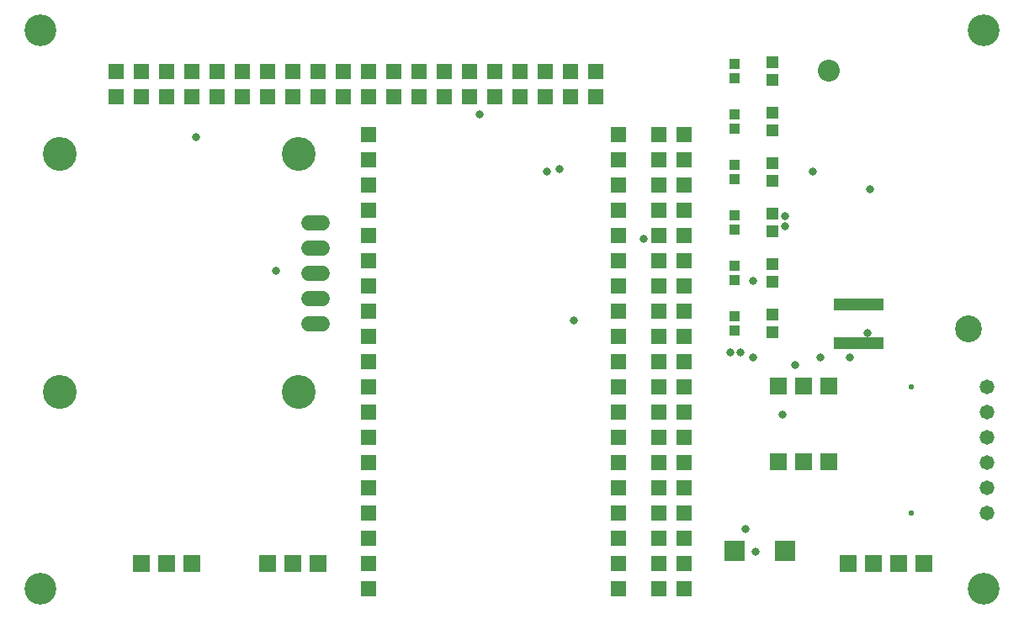
<source format=gbr>
G04 EAGLE Gerber RS-274X export*
G75*
%MOMM*%
%FSLAX34Y34*%
%LPD*%
%INSoldermask Top*%
%IPPOS*%
%AMOC8*
5,1,8,0,0,1.08239X$1,22.5*%
G01*
%ADD10C,3.203200*%
%ADD11R,1.703200X1.703200*%
%ADD12R,1.711200X1.711200*%
%ADD13R,1.003200X1.003200*%
%ADD14C,3.403200*%
%ADD15C,1.511200*%
%ADD16C,2.703200*%
%ADD17R,0.503200X1.303200*%
%ADD18C,2.203200*%
%ADD19R,1.511200X1.511200*%
%ADD20R,1.303200X1.203200*%
%ADD21R,1.625600X1.625600*%
%ADD22R,2.003200X2.003200*%
%ADD23R,1.561200X1.561200*%
%ADD24C,1.473200*%
%ADD25C,0.553200*%
%ADD26C,0.809600*%


D10*
X25400Y25400D03*
X25400Y587300D03*
X974600Y587300D03*
X974600Y25400D03*
D11*
X819000Y229400D03*
X793600Y229400D03*
X768300Y229400D03*
X819000Y153200D03*
X793600Y153200D03*
X768300Y153200D03*
D12*
X254000Y50800D03*
X304800Y50800D03*
X279400Y50800D03*
X127000Y50800D03*
X177800Y50800D03*
X152400Y50800D03*
D13*
X723900Y553600D03*
X723900Y538600D03*
X723900Y502800D03*
X723900Y487800D03*
D14*
X45100Y462900D03*
X285100Y462900D03*
X285100Y222900D03*
X45100Y222900D03*
D15*
X295720Y393700D02*
X308800Y393700D01*
X308800Y368300D02*
X295720Y368300D01*
X295720Y342900D02*
X308800Y342900D01*
X308800Y317500D02*
X295720Y317500D01*
X295720Y292100D02*
X308800Y292100D01*
D16*
X959000Y286400D03*
D17*
X826500Y271900D03*
X831500Y271900D03*
X836500Y271900D03*
X841500Y271900D03*
X846500Y271900D03*
X851500Y271900D03*
X856500Y271900D03*
X861500Y271900D03*
X866500Y271900D03*
X871500Y271900D03*
X871500Y310900D03*
X866500Y310900D03*
X861500Y310900D03*
X856500Y310900D03*
X851500Y310900D03*
X846500Y310900D03*
X841500Y310900D03*
X836500Y310900D03*
X831500Y310900D03*
X826500Y310900D03*
D18*
X819000Y546400D03*
D13*
X723900Y452000D03*
X723900Y437000D03*
D19*
X647700Y482600D03*
X647700Y457200D03*
X647700Y431800D03*
X647700Y406400D03*
X647700Y381000D03*
X647700Y355600D03*
X647700Y330200D03*
X647700Y304800D03*
X647700Y279400D03*
X647700Y254000D03*
X647700Y228600D03*
X647700Y203200D03*
X647700Y177800D03*
X647700Y152400D03*
X647700Y127000D03*
X647700Y101600D03*
X647700Y76200D03*
X647700Y50800D03*
X647700Y25400D03*
X673100Y482600D03*
X673100Y457200D03*
X673100Y431800D03*
X673100Y406400D03*
X673100Y381000D03*
X673100Y355600D03*
X673100Y330200D03*
X673100Y304800D03*
X673100Y279400D03*
X673100Y254000D03*
X673100Y228600D03*
X673100Y203200D03*
X673100Y177800D03*
X673100Y152400D03*
X673100Y127000D03*
X673100Y101600D03*
X673100Y76200D03*
X673100Y50800D03*
X673100Y25400D03*
D20*
X762000Y537600D03*
X762000Y554600D03*
X762000Y486800D03*
X762000Y503800D03*
X762000Y436000D03*
X762000Y453000D03*
X762000Y385200D03*
X762000Y402200D03*
X762000Y334400D03*
X762000Y351400D03*
X762000Y283600D03*
X762000Y300600D03*
D21*
X101600Y546100D03*
X127000Y546100D03*
X152400Y546100D03*
X177800Y546100D03*
X203200Y546100D03*
X228600Y546100D03*
X254000Y546100D03*
X279400Y546100D03*
X304800Y546100D03*
X330200Y546100D03*
X355600Y546100D03*
X381000Y546100D03*
X406400Y546100D03*
X431800Y546100D03*
X457200Y546100D03*
X482600Y546100D03*
X508000Y546100D03*
X533400Y546100D03*
X558800Y546100D03*
X584200Y546100D03*
X584200Y520700D03*
X558800Y520700D03*
X533400Y520700D03*
X508000Y520700D03*
X482600Y520700D03*
X457200Y520700D03*
X431800Y520700D03*
X406400Y520700D03*
X381000Y520700D03*
X355600Y520700D03*
X330200Y520700D03*
X304800Y520700D03*
X279400Y520700D03*
X254000Y520700D03*
X228600Y520700D03*
X203200Y520700D03*
X177800Y520700D03*
X152400Y520700D03*
X127000Y520700D03*
X101600Y520700D03*
D13*
X723900Y401200D03*
X723900Y386200D03*
X723900Y350400D03*
X723900Y335400D03*
X723900Y299600D03*
X723900Y284600D03*
D22*
X774700Y63500D03*
X723900Y63500D03*
D12*
X838200Y50800D03*
X914400Y50800D03*
X863600Y50800D03*
X889000Y50800D03*
D23*
X355600Y25400D03*
X355600Y50800D03*
X355600Y76200D03*
X355600Y101600D03*
X355600Y127000D03*
X355600Y152400D03*
X355600Y177800D03*
X355600Y203200D03*
X355600Y228600D03*
X355600Y254000D03*
X355600Y279400D03*
X355600Y304800D03*
X355600Y330200D03*
X355600Y355600D03*
X355600Y381000D03*
X355600Y406400D03*
X355600Y431800D03*
X355600Y457200D03*
X355600Y482600D03*
X607300Y25400D03*
X607300Y50800D03*
X607300Y76200D03*
X607300Y101600D03*
X607300Y127000D03*
X607300Y152400D03*
X607300Y177800D03*
X607300Y203200D03*
X607300Y228600D03*
X607300Y254000D03*
X607300Y279400D03*
X607300Y304800D03*
X607300Y330200D03*
X607300Y355600D03*
X607300Y381000D03*
X607300Y406400D03*
X607300Y431800D03*
X607300Y457200D03*
X607300Y482600D03*
D24*
X977900Y101600D03*
X977900Y127000D03*
X977900Y152400D03*
X977900Y177800D03*
X977900Y203200D03*
X977900Y228600D03*
D25*
X901700Y101600D03*
X901700Y228600D03*
D26*
X467500Y502500D03*
X562500Y295000D03*
X735000Y85000D03*
X860000Y427500D03*
X802500Y445000D03*
X745000Y62500D03*
X772500Y200000D03*
X840000Y257500D03*
X810000Y257500D03*
X742500Y257500D03*
X730000Y262500D03*
X720000Y262500D03*
X857500Y282500D03*
X785000Y250000D03*
X547500Y447500D03*
X262500Y345000D03*
X182500Y480000D03*
X632500Y377500D03*
X775000Y400000D03*
X742500Y335000D03*
X535000Y445000D03*
X775000Y390000D03*
M02*

</source>
